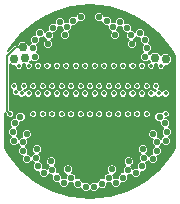
<source format=gbl>
G75*
%MOIN*%
%OFA0B0*%
%FSLAX25Y25*%
%IPPOS*%
%LPD*%
%AMOC8*
5,1,8,0,0,1.08239X$1,22.5*
%
%ADD10C,0.02953*%
%ADD11C,0.02100*%
%ADD12C,0.01387*%
%ADD13C,0.00500*%
%ADD14C,0.00591*%
D10*
X0054596Y0034911D03*
X0032943Y0073494D03*
X0029400Y0073100D03*
X0032156Y0077037D03*
X0054596Y0084911D03*
X0077037Y0077037D03*
X0076250Y0073494D03*
X0079793Y0073100D03*
D11*
X0072994Y0073880D03*
X0073629Y0076723D03*
X0072919Y0079559D03*
X0071213Y0081898D03*
X0068374Y0081043D03*
X0066955Y0083598D03*
X0064701Y0085416D03*
X0062181Y0083855D03*
X0063053Y0081076D03*
X0060148Y0085956D03*
X0057501Y0087129D03*
X0051692Y0087129D03*
X0049045Y0085956D03*
X0047012Y0083855D03*
X0046140Y0081076D03*
X0044492Y0085416D03*
X0042238Y0083598D03*
X0040819Y0081043D03*
X0040695Y0078132D03*
X0037980Y0081898D03*
X0036274Y0079559D03*
X0035564Y0076723D03*
X0036199Y0073880D03*
X0031415Y0053957D03*
X0029559Y0051711D03*
X0028904Y0048862D03*
X0029363Y0046004D03*
X0032280Y0045477D03*
X0032384Y0042555D03*
X0033568Y0039913D03*
X0036522Y0040159D03*
X0037006Y0043032D03*
X0037379Y0037364D03*
X0039205Y0035118D03*
X0041995Y0036121D03*
X0043546Y0033643D03*
X0045892Y0031946D03*
X0048327Y0033636D03*
X0050467Y0031644D03*
X0053172Y0030612D03*
X0056021Y0030612D03*
X0058726Y0031644D03*
X0060866Y0033636D03*
X0061882Y0036366D03*
X0063301Y0031946D03*
X0065647Y0033643D03*
X0067198Y0036121D03*
X0067473Y0039021D03*
X0069988Y0035118D03*
X0071814Y0037364D03*
X0072671Y0040159D03*
X0072187Y0043032D03*
X0075625Y0039913D03*
X0076809Y0042555D03*
X0076913Y0045477D03*
X0075701Y0048126D03*
X0079830Y0046004D03*
X0080289Y0048862D03*
X0079634Y0051711D03*
X0077778Y0053957D03*
X0068497Y0078132D03*
X0033492Y0048126D03*
X0041720Y0039021D03*
X0047311Y0036366D03*
D12*
X0046722Y0028809D03*
X0039636Y0031565D03*
X0032943Y0036683D03*
X0029400Y0040620D03*
X0028056Y0054793D03*
X0031762Y0061683D03*
X0029793Y0062077D03*
X0029400Y0064045D03*
X0032549Y0064045D03*
X0034124Y0061683D03*
X0035699Y0064045D03*
X0037274Y0061683D03*
X0038848Y0064045D03*
X0040423Y0061683D03*
X0041998Y0064045D03*
X0043573Y0061683D03*
X0045148Y0064045D03*
X0046722Y0061683D03*
X0048297Y0064045D03*
X0049872Y0061683D03*
X0051447Y0064045D03*
X0053022Y0061683D03*
X0054596Y0064045D03*
X0056171Y0061683D03*
X0057746Y0064045D03*
X0059321Y0061683D03*
X0060896Y0064045D03*
X0062470Y0061683D03*
X0064045Y0064045D03*
X0065620Y0061683D03*
X0067195Y0064045D03*
X0068770Y0061683D03*
X0070344Y0064045D03*
X0071919Y0061683D03*
X0073494Y0064045D03*
X0075069Y0061683D03*
X0076644Y0064045D03*
X0077431Y0061683D03*
X0079793Y0061683D03*
X0079793Y0054793D03*
X0073494Y0054793D03*
X0070344Y0054793D03*
X0067195Y0054793D03*
X0064045Y0054793D03*
X0060896Y0054793D03*
X0057746Y0054793D03*
X0054596Y0054793D03*
X0051447Y0054793D03*
X0048297Y0054793D03*
X0045148Y0054793D03*
X0041998Y0054793D03*
X0038848Y0054793D03*
X0035699Y0054793D03*
X0037274Y0070935D03*
X0040423Y0070935D03*
X0043573Y0070935D03*
X0046722Y0070935D03*
X0049872Y0070935D03*
X0053022Y0070935D03*
X0056171Y0070935D03*
X0059321Y0070935D03*
X0062470Y0070935D03*
X0065620Y0070935D03*
X0068770Y0070935D03*
X0071919Y0070935D03*
X0075069Y0070935D03*
X0078219Y0070935D03*
X0081368Y0070935D03*
X0072707Y0084321D03*
X0065620Y0088258D03*
X0054596Y0090226D03*
X0043573Y0088258D03*
X0036093Y0083927D03*
X0034124Y0070935D03*
X0030974Y0070935D03*
X0068376Y0031171D03*
X0062864Y0028809D03*
X0054596Y0027628D03*
X0074675Y0035108D03*
X0079006Y0039833D03*
D13*
X0036343Y0035996D02*
X0032027Y0035996D01*
X0031713Y0036256D02*
X0027709Y0041187D01*
X0026275Y0043613D01*
X0026275Y0055237D01*
X0026646Y0054867D01*
X0026712Y0054800D01*
X0026712Y0054237D01*
X0027499Y0053450D01*
X0028612Y0053450D01*
X0029400Y0054237D01*
X0029400Y0055350D01*
X0028612Y0056137D01*
X0028049Y0056137D01*
X0027983Y0056203D01*
X0027983Y0071510D01*
X0028519Y0070974D01*
X0029631Y0070974D01*
X0029631Y0070378D01*
X0030418Y0069591D01*
X0031531Y0069591D01*
X0032318Y0070378D01*
X0032318Y0071368D01*
X0032780Y0071368D01*
X0032780Y0070378D01*
X0033567Y0069591D01*
X0034681Y0069591D01*
X0035468Y0070378D01*
X0035468Y0071492D01*
X0034708Y0072252D01*
X0035065Y0072609D01*
X0035494Y0072180D01*
X0036618Y0072180D01*
X0035930Y0071492D01*
X0035930Y0070378D01*
X0036717Y0069591D01*
X0037830Y0069591D01*
X0038617Y0070378D01*
X0038617Y0071492D01*
X0037830Y0072279D01*
X0037002Y0072279D01*
X0037899Y0073176D01*
X0037899Y0074584D01*
X0036903Y0075580D01*
X0036825Y0075580D01*
X0037264Y0076019D01*
X0037264Y0077428D01*
X0036833Y0077859D01*
X0036978Y0077859D01*
X0037974Y0078855D01*
X0037974Y0080198D01*
X0038685Y0080198D01*
X0039119Y0080632D01*
X0039119Y0080339D01*
X0039808Y0079649D01*
X0038995Y0078836D01*
X0038995Y0077428D01*
X0039991Y0076432D01*
X0041400Y0076432D01*
X0042395Y0077428D01*
X0042395Y0078836D01*
X0041706Y0079526D01*
X0042519Y0080339D01*
X0042519Y0081747D01*
X0042367Y0081898D01*
X0042942Y0081898D01*
X0043938Y0082894D01*
X0043938Y0083716D01*
X0045196Y0083716D01*
X0045312Y0083832D01*
X0045312Y0083151D01*
X0045688Y0082776D01*
X0045436Y0082776D01*
X0044440Y0081780D01*
X0044440Y0080371D01*
X0045436Y0079376D01*
X0046844Y0079376D01*
X0047840Y0080371D01*
X0047840Y0081780D01*
X0047464Y0082155D01*
X0047716Y0082155D01*
X0048712Y0083151D01*
X0048712Y0084256D01*
X0049749Y0084256D01*
X0050744Y0085252D01*
X0050744Y0085672D01*
X0050988Y0085429D01*
X0052396Y0085429D01*
X0053392Y0086424D01*
X0053392Y0087833D01*
X0052396Y0088828D01*
X0050988Y0088828D01*
X0049992Y0087833D01*
X0049992Y0087413D01*
X0049749Y0087656D01*
X0048340Y0087656D01*
X0047345Y0086661D01*
X0047345Y0085555D01*
X0046308Y0085555D01*
X0046192Y0085439D01*
X0046192Y0086120D01*
X0045196Y0087116D01*
X0043788Y0087116D01*
X0042792Y0086120D01*
X0042792Y0085298D01*
X0041534Y0085298D01*
X0040538Y0084303D01*
X0040538Y0082894D01*
X0040689Y0082743D01*
X0040115Y0082743D01*
X0039680Y0082309D01*
X0039680Y0082602D01*
X0038685Y0083598D01*
X0037276Y0083598D01*
X0036280Y0082602D01*
X0036280Y0081259D01*
X0035570Y0081259D01*
X0034574Y0080263D01*
X0034574Y0078855D01*
X0035005Y0078423D01*
X0034860Y0078423D01*
X0034282Y0077845D01*
X0034282Y0077918D01*
X0033036Y0079164D01*
X0031275Y0079164D01*
X0030094Y0077983D01*
X0029402Y0077983D01*
X0028848Y0077429D01*
X0027164Y0075745D01*
X0027709Y0076667D01*
X0031713Y0081599D01*
X0036607Y0085648D01*
X0042200Y0088659D01*
X0048275Y0090513D01*
X0054596Y0091140D01*
X0060918Y0090513D01*
X0066993Y0088659D01*
X0072586Y0085648D01*
X0077480Y0081599D01*
X0081484Y0076667D01*
X0082918Y0074241D01*
X0082918Y0043613D01*
X0081484Y0041187D01*
X0077480Y0036256D01*
X0072586Y0032206D01*
X0066993Y0029195D01*
X0060918Y0027341D01*
X0054596Y0026715D01*
X0048275Y0027341D01*
X0042200Y0029195D01*
X0036607Y0032206D01*
X0031713Y0036256D01*
X0031519Y0036494D02*
X0035845Y0036494D01*
X0035679Y0036660D02*
X0036674Y0035664D01*
X0037505Y0035664D01*
X0037505Y0034414D01*
X0038501Y0033418D01*
X0039909Y0033418D01*
X0040905Y0034414D01*
X0040905Y0034806D01*
X0041291Y0034421D01*
X0041920Y0034421D01*
X0041846Y0034347D01*
X0041846Y0032939D01*
X0042842Y0031943D01*
X0044192Y0031943D01*
X0044192Y0031242D01*
X0045188Y0030246D01*
X0046596Y0030246D01*
X0047592Y0031242D01*
X0047592Y0031967D01*
X0047623Y0031936D01*
X0048767Y0031936D01*
X0048767Y0030940D01*
X0049763Y0029944D01*
X0051171Y0029944D01*
X0051472Y0030245D01*
X0051472Y0029908D01*
X0052468Y0028912D01*
X0053876Y0028912D01*
X0054596Y0029633D01*
X0055317Y0028912D01*
X0056725Y0028912D01*
X0057721Y0029908D01*
X0057721Y0030245D01*
X0058022Y0029944D01*
X0059430Y0029944D01*
X0060426Y0030940D01*
X0060426Y0031936D01*
X0061570Y0031936D01*
X0061601Y0031967D01*
X0061601Y0031242D01*
X0062597Y0030246D01*
X0064005Y0030246D01*
X0065001Y0031242D01*
X0065001Y0031943D01*
X0066351Y0031943D01*
X0067347Y0032939D01*
X0067347Y0034347D01*
X0067273Y0034421D01*
X0067902Y0034421D01*
X0068288Y0034806D01*
X0068288Y0034414D01*
X0069283Y0033418D01*
X0070692Y0033418D01*
X0071688Y0034414D01*
X0071688Y0035664D01*
X0072518Y0035664D01*
X0073514Y0036660D01*
X0073514Y0038069D01*
X0073124Y0038459D01*
X0073375Y0038459D01*
X0074025Y0039109D01*
X0074921Y0038213D01*
X0076330Y0038213D01*
X0077325Y0039209D01*
X0077325Y0040617D01*
X0077087Y0040855D01*
X0077513Y0040855D01*
X0078508Y0041851D01*
X0078508Y0043260D01*
X0077804Y0043964D01*
X0078613Y0044773D01*
X0078613Y0044817D01*
X0079126Y0044304D01*
X0080534Y0044304D01*
X0081530Y0045299D01*
X0081530Y0046708D01*
X0081034Y0047203D01*
X0081989Y0048158D01*
X0081989Y0049566D01*
X0080993Y0050562D01*
X0080889Y0050562D01*
X0081334Y0051007D01*
X0081334Y0052415D01*
X0080338Y0053411D01*
X0079478Y0053411D01*
X0079478Y0053450D01*
X0080350Y0053450D01*
X0081137Y0054237D01*
X0081137Y0055350D01*
X0080350Y0056137D01*
X0079237Y0056137D01*
X0078619Y0055519D01*
X0078482Y0055657D01*
X0077073Y0055657D01*
X0076078Y0054661D01*
X0076078Y0053252D01*
X0077073Y0052257D01*
X0077934Y0052257D01*
X0077934Y0051007D01*
X0078929Y0050011D01*
X0079034Y0050011D01*
X0078589Y0049566D01*
X0078589Y0048158D01*
X0079085Y0047662D01*
X0078130Y0046708D01*
X0078130Y0046664D01*
X0077617Y0047177D01*
X0077156Y0047177D01*
X0077401Y0047422D01*
X0077401Y0048830D01*
X0076405Y0049826D01*
X0074997Y0049826D01*
X0074001Y0048830D01*
X0074001Y0047422D01*
X0074997Y0046426D01*
X0075458Y0046426D01*
X0075213Y0046181D01*
X0075213Y0044773D01*
X0075917Y0044068D01*
X0075109Y0043260D01*
X0075109Y0041851D01*
X0075347Y0041613D01*
X0074921Y0041613D01*
X0074271Y0040963D01*
X0073397Y0041838D01*
X0073887Y0042328D01*
X0073887Y0043736D01*
X0072891Y0044732D01*
X0071482Y0044732D01*
X0070487Y0043736D01*
X0070487Y0042328D01*
X0071461Y0041353D01*
X0070971Y0040863D01*
X0070971Y0039455D01*
X0071362Y0039064D01*
X0071110Y0039064D01*
X0070114Y0038069D01*
X0070114Y0036818D01*
X0069283Y0036818D01*
X0068898Y0036433D01*
X0068898Y0036825D01*
X0068290Y0037433D01*
X0069173Y0038317D01*
X0069173Y0039725D01*
X0068177Y0040721D01*
X0066769Y0040721D01*
X0065773Y0039725D01*
X0065773Y0038317D01*
X0066382Y0037709D01*
X0065498Y0036825D01*
X0065498Y0035416D01*
X0065571Y0035343D01*
X0064943Y0035343D01*
X0063947Y0034347D01*
X0063947Y0033646D01*
X0062597Y0033646D01*
X0062566Y0033615D01*
X0062566Y0034340D01*
X0062240Y0034666D01*
X0062587Y0034666D01*
X0063582Y0035662D01*
X0063582Y0037071D01*
X0062587Y0038066D01*
X0061178Y0038066D01*
X0060182Y0037071D01*
X0060182Y0035662D01*
X0060508Y0035336D01*
X0060162Y0035336D01*
X0059166Y0034340D01*
X0059166Y0033344D01*
X0058022Y0033344D01*
X0057026Y0032349D01*
X0057026Y0032011D01*
X0056725Y0032312D01*
X0055317Y0032312D01*
X0054596Y0031592D01*
X0053876Y0032312D01*
X0052468Y0032312D01*
X0052167Y0032011D01*
X0052167Y0032349D01*
X0051171Y0033344D01*
X0050027Y0033344D01*
X0050027Y0034340D01*
X0049031Y0035336D01*
X0048684Y0035336D01*
X0049010Y0035662D01*
X0049010Y0037071D01*
X0048015Y0038066D01*
X0046606Y0038066D01*
X0045611Y0037071D01*
X0045611Y0035662D01*
X0046606Y0034666D01*
X0046953Y0034666D01*
X0046627Y0034340D01*
X0046627Y0033615D01*
X0046596Y0033646D01*
X0045246Y0033646D01*
X0045246Y0034347D01*
X0044250Y0035343D01*
X0043621Y0035343D01*
X0043695Y0035416D01*
X0043695Y0036825D01*
X0042811Y0037709D01*
X0043420Y0038317D01*
X0043420Y0039725D01*
X0042424Y0040721D01*
X0041015Y0040721D01*
X0040020Y0039725D01*
X0040020Y0038317D01*
X0040903Y0037433D01*
X0040295Y0036825D01*
X0040295Y0036433D01*
X0039909Y0036818D01*
X0039079Y0036818D01*
X0039079Y0038069D01*
X0038083Y0039064D01*
X0037831Y0039064D01*
X0038222Y0039455D01*
X0038222Y0040863D01*
X0037732Y0041353D01*
X0038706Y0042328D01*
X0038706Y0043736D01*
X0037710Y0044732D01*
X0036302Y0044732D01*
X0035306Y0043736D01*
X0035306Y0042328D01*
X0035796Y0041838D01*
X0034921Y0040963D01*
X0034272Y0041613D01*
X0033846Y0041613D01*
X0034084Y0041851D01*
X0034084Y0043260D01*
X0033276Y0044068D01*
X0033980Y0044773D01*
X0033980Y0046181D01*
X0033735Y0046426D01*
X0034196Y0046426D01*
X0035192Y0047422D01*
X0035192Y0048830D01*
X0034196Y0049826D01*
X0032788Y0049826D01*
X0031792Y0048830D01*
X0031792Y0047422D01*
X0032037Y0047177D01*
X0031576Y0047177D01*
X0031063Y0046664D01*
X0031063Y0046708D01*
X0030108Y0047662D01*
X0030604Y0048158D01*
X0030604Y0049566D01*
X0030159Y0050011D01*
X0030263Y0050011D01*
X0031259Y0051007D01*
X0031259Y0052257D01*
X0032120Y0052257D01*
X0033115Y0053252D01*
X0033115Y0054661D01*
X0032120Y0055657D01*
X0030711Y0055657D01*
X0029715Y0054661D01*
X0029715Y0053411D01*
X0028855Y0053411D01*
X0027859Y0052415D01*
X0027859Y0051007D01*
X0028304Y0050562D01*
X0028200Y0050562D01*
X0027204Y0049566D01*
X0027204Y0048158D01*
X0028159Y0047203D01*
X0027663Y0046708D01*
X0027663Y0045299D01*
X0028659Y0044304D01*
X0030067Y0044304D01*
X0030580Y0044817D01*
X0030580Y0044773D01*
X0031389Y0043964D01*
X0030684Y0043260D01*
X0030684Y0041851D01*
X0031680Y0040855D01*
X0032106Y0040855D01*
X0031868Y0040617D01*
X0031868Y0039209D01*
X0032863Y0038213D01*
X0034272Y0038213D01*
X0035168Y0039109D01*
X0035818Y0038459D01*
X0036069Y0038459D01*
X0035679Y0038069D01*
X0035679Y0036660D01*
X0035679Y0036993D02*
X0031115Y0036993D01*
X0030710Y0037491D02*
X0035679Y0037491D01*
X0035679Y0037990D02*
X0030305Y0037990D01*
X0029900Y0038488D02*
X0032588Y0038488D01*
X0032090Y0038987D02*
X0029496Y0038987D01*
X0029091Y0039485D02*
X0031868Y0039485D01*
X0031868Y0039984D02*
X0028686Y0039984D01*
X0028281Y0040482D02*
X0031868Y0040482D01*
X0031555Y0040981D02*
X0027877Y0040981D01*
X0027536Y0041479D02*
X0031056Y0041479D01*
X0030684Y0041978D02*
X0027242Y0041978D01*
X0026947Y0042476D02*
X0030684Y0042476D01*
X0030684Y0042975D02*
X0026652Y0042975D01*
X0026358Y0043473D02*
X0030898Y0043473D01*
X0031381Y0043972D02*
X0026275Y0043972D01*
X0026275Y0044470D02*
X0028492Y0044470D01*
X0027993Y0044969D02*
X0026275Y0044969D01*
X0026275Y0045467D02*
X0027663Y0045467D01*
X0027663Y0045966D02*
X0026275Y0045966D01*
X0026275Y0046464D02*
X0027663Y0046464D01*
X0027918Y0046963D02*
X0026275Y0046963D01*
X0026275Y0047461D02*
X0027901Y0047461D01*
X0027402Y0047960D02*
X0026275Y0047960D01*
X0026275Y0048458D02*
X0027204Y0048458D01*
X0027204Y0048957D02*
X0026275Y0048957D01*
X0026275Y0049455D02*
X0027204Y0049455D01*
X0027592Y0049954D02*
X0026275Y0049954D01*
X0026275Y0050452D02*
X0028090Y0050452D01*
X0027915Y0050951D02*
X0026275Y0050951D01*
X0026275Y0051449D02*
X0027859Y0051449D01*
X0027859Y0051948D02*
X0026275Y0051948D01*
X0026275Y0052447D02*
X0027891Y0052447D01*
X0028389Y0052945D02*
X0026275Y0052945D01*
X0026275Y0053444D02*
X0029715Y0053444D01*
X0029715Y0053942D02*
X0029105Y0053942D01*
X0029400Y0054441D02*
X0029715Y0054441D01*
X0029994Y0054939D02*
X0029400Y0054939D01*
X0029312Y0055438D02*
X0030492Y0055438D01*
X0032339Y0055438D02*
X0034443Y0055438D01*
X0034355Y0055350D02*
X0034355Y0054237D01*
X0035142Y0053450D01*
X0036255Y0053450D01*
X0037043Y0054237D01*
X0037043Y0055350D01*
X0036255Y0056137D01*
X0035142Y0056137D01*
X0034355Y0055350D01*
X0034355Y0054939D02*
X0032837Y0054939D01*
X0033115Y0054441D02*
X0034355Y0054441D01*
X0034650Y0053942D02*
X0033115Y0053942D01*
X0033115Y0053444D02*
X0076078Y0053444D01*
X0076078Y0053942D02*
X0074543Y0053942D01*
X0074838Y0054237D02*
X0074051Y0053450D01*
X0072938Y0053450D01*
X0072150Y0054237D01*
X0072150Y0055350D01*
X0072938Y0056137D01*
X0074051Y0056137D01*
X0074838Y0055350D01*
X0074838Y0054237D01*
X0074838Y0054441D02*
X0076078Y0054441D01*
X0076356Y0054939D02*
X0074838Y0054939D01*
X0074750Y0055438D02*
X0076854Y0055438D01*
X0079036Y0055936D02*
X0074252Y0055936D01*
X0072737Y0055936D02*
X0071102Y0055936D01*
X0070901Y0056137D02*
X0071688Y0055350D01*
X0071688Y0054237D01*
X0070901Y0053450D01*
X0069788Y0053450D01*
X0069001Y0054237D01*
X0069001Y0055350D01*
X0069788Y0056137D01*
X0070901Y0056137D01*
X0071600Y0055438D02*
X0072238Y0055438D01*
X0072150Y0054939D02*
X0071688Y0054939D01*
X0071688Y0054441D02*
X0072150Y0054441D01*
X0072445Y0053942D02*
X0071394Y0053942D01*
X0069295Y0053942D02*
X0068244Y0053942D01*
X0068539Y0054237D02*
X0067751Y0053450D01*
X0066638Y0053450D01*
X0065851Y0054237D01*
X0065851Y0055350D01*
X0066638Y0056137D01*
X0067751Y0056137D01*
X0068539Y0055350D01*
X0068539Y0054237D01*
X0068539Y0054441D02*
X0069001Y0054441D01*
X0069001Y0054939D02*
X0068539Y0054939D01*
X0068451Y0055438D02*
X0069088Y0055438D01*
X0069587Y0055936D02*
X0067952Y0055936D01*
X0066437Y0055936D02*
X0064803Y0055936D01*
X0064602Y0056137D02*
X0063489Y0056137D01*
X0062702Y0055350D01*
X0062702Y0054237D01*
X0063489Y0053450D01*
X0064602Y0053450D01*
X0065389Y0054237D01*
X0065389Y0055350D01*
X0064602Y0056137D01*
X0065301Y0055438D02*
X0065939Y0055438D01*
X0065851Y0054939D02*
X0065389Y0054939D01*
X0065389Y0054441D02*
X0065851Y0054441D01*
X0066146Y0053942D02*
X0065094Y0053942D01*
X0063288Y0055936D02*
X0061653Y0055936D01*
X0061452Y0056137D02*
X0060339Y0056137D01*
X0059552Y0055350D01*
X0059552Y0054237D01*
X0060339Y0053450D01*
X0061452Y0053450D01*
X0062239Y0054237D01*
X0062239Y0055350D01*
X0061452Y0056137D01*
X0062152Y0055438D02*
X0062789Y0055438D01*
X0062702Y0054939D02*
X0062239Y0054939D01*
X0062239Y0054441D02*
X0062702Y0054441D01*
X0062996Y0053942D02*
X0061945Y0053942D01*
X0059847Y0053942D02*
X0058795Y0053942D01*
X0059090Y0054237D02*
X0058303Y0053450D01*
X0057189Y0053450D01*
X0056402Y0054237D01*
X0056402Y0055350D01*
X0057189Y0056137D01*
X0058303Y0056137D01*
X0059090Y0055350D01*
X0059090Y0054237D01*
X0059090Y0054441D02*
X0059552Y0054441D01*
X0059552Y0054939D02*
X0059090Y0054939D01*
X0059002Y0055438D02*
X0059640Y0055438D01*
X0060138Y0055936D02*
X0058504Y0055936D01*
X0056989Y0055936D02*
X0055354Y0055936D01*
X0055153Y0056137D02*
X0054040Y0056137D01*
X0053253Y0055350D01*
X0053253Y0054237D01*
X0054040Y0053450D01*
X0055153Y0053450D01*
X0055940Y0054237D01*
X0055940Y0055350D01*
X0055153Y0056137D01*
X0055852Y0055438D02*
X0056490Y0055438D01*
X0056402Y0054939D02*
X0055940Y0054939D01*
X0055940Y0054441D02*
X0056402Y0054441D01*
X0056697Y0053942D02*
X0055645Y0053942D01*
X0053547Y0053942D02*
X0052496Y0053942D01*
X0052791Y0054237D02*
X0052003Y0053450D01*
X0050890Y0053450D01*
X0050103Y0054237D01*
X0050103Y0055350D01*
X0050890Y0056137D01*
X0052003Y0056137D01*
X0052791Y0055350D01*
X0052791Y0054237D01*
X0052791Y0054441D02*
X0053253Y0054441D01*
X0053253Y0054939D02*
X0052791Y0054939D01*
X0052703Y0055438D02*
X0053340Y0055438D01*
X0053839Y0055936D02*
X0052204Y0055936D01*
X0050689Y0055936D02*
X0049055Y0055936D01*
X0048854Y0056137D02*
X0049641Y0055350D01*
X0049641Y0054237D01*
X0048854Y0053450D01*
X0047741Y0053450D01*
X0046954Y0054237D01*
X0046954Y0055350D01*
X0047741Y0056137D01*
X0048854Y0056137D01*
X0049553Y0055438D02*
X0050191Y0055438D01*
X0050103Y0054939D02*
X0049641Y0054939D01*
X0049641Y0054441D02*
X0050103Y0054441D01*
X0050398Y0053942D02*
X0049346Y0053942D01*
X0047248Y0053942D02*
X0046197Y0053942D01*
X0046491Y0054237D02*
X0045704Y0053450D01*
X0044591Y0053450D01*
X0043804Y0054237D01*
X0043804Y0055350D01*
X0044591Y0056137D01*
X0045704Y0056137D01*
X0046491Y0055350D01*
X0046491Y0054237D01*
X0046491Y0054441D02*
X0046954Y0054441D01*
X0046954Y0054939D02*
X0046491Y0054939D01*
X0046404Y0055438D02*
X0047041Y0055438D01*
X0047540Y0055936D02*
X0045905Y0055936D01*
X0044390Y0055936D02*
X0042755Y0055936D01*
X0042555Y0056137D02*
X0043342Y0055350D01*
X0043342Y0054237D01*
X0042555Y0053450D01*
X0041441Y0053450D01*
X0040654Y0054237D01*
X0040654Y0055350D01*
X0041441Y0056137D01*
X0042555Y0056137D01*
X0043254Y0055438D02*
X0043892Y0055438D01*
X0043804Y0054939D02*
X0043342Y0054939D01*
X0043342Y0054441D02*
X0043804Y0054441D01*
X0044099Y0053942D02*
X0043047Y0053942D01*
X0040949Y0053942D02*
X0039897Y0053942D01*
X0040192Y0054237D02*
X0039405Y0053450D01*
X0038292Y0053450D01*
X0037505Y0054237D01*
X0037505Y0055350D01*
X0038292Y0056137D01*
X0039405Y0056137D01*
X0040192Y0055350D01*
X0040192Y0054237D01*
X0040192Y0054441D02*
X0040654Y0054441D01*
X0040654Y0054939D02*
X0040192Y0054939D01*
X0040104Y0055438D02*
X0040742Y0055438D01*
X0041241Y0055936D02*
X0039606Y0055936D01*
X0038091Y0055936D02*
X0036456Y0055936D01*
X0036955Y0055438D02*
X0037592Y0055438D01*
X0037505Y0054939D02*
X0037043Y0054939D01*
X0037043Y0054441D02*
X0037505Y0054441D01*
X0037799Y0053942D02*
X0036748Y0053942D01*
X0034941Y0055936D02*
X0028813Y0055936D01*
X0027983Y0056435D02*
X0082918Y0056435D01*
X0082918Y0056933D02*
X0027983Y0056933D01*
X0027983Y0057432D02*
X0082918Y0057432D01*
X0082918Y0057930D02*
X0027983Y0057930D01*
X0027983Y0058429D02*
X0082918Y0058429D01*
X0082918Y0058927D02*
X0027983Y0058927D01*
X0027983Y0059426D02*
X0082918Y0059426D01*
X0082918Y0059924D02*
X0027983Y0059924D01*
X0027983Y0060423D02*
X0031122Y0060423D01*
X0031205Y0060339D02*
X0032318Y0060339D01*
X0032943Y0060964D01*
X0033567Y0060339D01*
X0034681Y0060339D01*
X0035468Y0061126D01*
X0035468Y0062240D01*
X0034681Y0063027D01*
X0033567Y0063027D01*
X0032943Y0062402D01*
X0032644Y0062702D01*
X0033106Y0062702D01*
X0033893Y0063489D01*
X0033893Y0064602D01*
X0033106Y0065389D01*
X0031993Y0065389D01*
X0031206Y0064602D01*
X0031206Y0063489D01*
X0031667Y0063027D01*
X0031205Y0063027D01*
X0030974Y0062796D01*
X0030512Y0063258D01*
X0030743Y0063489D01*
X0030743Y0064602D01*
X0029956Y0065389D01*
X0028843Y0065389D01*
X0028056Y0064602D01*
X0028056Y0063489D01*
X0028680Y0062864D01*
X0028450Y0062633D01*
X0028450Y0061520D01*
X0029237Y0060733D01*
X0030350Y0060733D01*
X0030581Y0060964D01*
X0031205Y0060339D01*
X0030623Y0060921D02*
X0030538Y0060921D01*
X0032402Y0060423D02*
X0033484Y0060423D01*
X0032986Y0060921D02*
X0032900Y0060921D01*
X0032928Y0062417D02*
X0032957Y0062417D01*
X0033319Y0062915D02*
X0033456Y0062915D01*
X0033818Y0063414D02*
X0034430Y0063414D01*
X0034355Y0063489D02*
X0035142Y0062702D01*
X0036255Y0062702D01*
X0037043Y0063489D01*
X0037043Y0064602D01*
X0036255Y0065389D01*
X0035142Y0065389D01*
X0034355Y0064602D01*
X0034355Y0063489D01*
X0034355Y0063912D02*
X0033893Y0063912D01*
X0033893Y0064411D02*
X0034355Y0064411D01*
X0034663Y0064909D02*
X0033585Y0064909D01*
X0031513Y0064909D02*
X0030436Y0064909D01*
X0030743Y0064411D02*
X0031206Y0064411D01*
X0031206Y0063912D02*
X0030743Y0063912D01*
X0030668Y0063414D02*
X0031280Y0063414D01*
X0031094Y0062915D02*
X0030855Y0062915D01*
X0028629Y0062915D02*
X0027983Y0062915D01*
X0027983Y0062417D02*
X0028450Y0062417D01*
X0028450Y0061918D02*
X0027983Y0061918D01*
X0027983Y0061420D02*
X0028550Y0061420D01*
X0029049Y0060921D02*
X0027983Y0060921D01*
X0027983Y0063414D02*
X0028131Y0063414D01*
X0028056Y0063912D02*
X0027983Y0063912D01*
X0027983Y0064411D02*
X0028056Y0064411D01*
X0027983Y0064909D02*
X0028363Y0064909D01*
X0027983Y0065408D02*
X0082918Y0065408D01*
X0082918Y0065906D02*
X0027983Y0065906D01*
X0027983Y0066405D02*
X0082918Y0066405D01*
X0082918Y0066903D02*
X0027983Y0066903D01*
X0027983Y0067402D02*
X0082918Y0067402D01*
X0082918Y0067900D02*
X0027983Y0067900D01*
X0027983Y0068399D02*
X0082918Y0068399D01*
X0082918Y0068897D02*
X0027983Y0068897D01*
X0027983Y0069396D02*
X0082918Y0069396D01*
X0082918Y0069894D02*
X0079078Y0069894D01*
X0078775Y0069591D02*
X0079562Y0070378D01*
X0079562Y0070974D01*
X0080674Y0070974D01*
X0081920Y0072220D01*
X0081920Y0073981D01*
X0080674Y0075227D01*
X0078913Y0075227D01*
X0078219Y0074533D01*
X0077131Y0075620D01*
X0075369Y0075620D01*
X0074514Y0074765D01*
X0074255Y0075023D01*
X0074333Y0075023D01*
X0075329Y0076019D01*
X0075329Y0077428D01*
X0074333Y0078423D01*
X0074188Y0078423D01*
X0074619Y0078855D01*
X0074619Y0080263D01*
X0073623Y0081259D01*
X0072913Y0081259D01*
X0072913Y0082602D01*
X0071917Y0083598D01*
X0070508Y0083598D01*
X0069513Y0082602D01*
X0069513Y0082309D01*
X0069078Y0082743D01*
X0068503Y0082743D01*
X0068655Y0082894D01*
X0068655Y0084303D01*
X0067659Y0085298D01*
X0066401Y0085298D01*
X0066401Y0086120D01*
X0065405Y0087116D01*
X0063997Y0087116D01*
X0063001Y0086120D01*
X0063001Y0085439D01*
X0062885Y0085555D01*
X0061848Y0085555D01*
X0061848Y0086661D01*
X0060853Y0087656D01*
X0059444Y0087656D01*
X0059201Y0087413D01*
X0059201Y0087833D01*
X0058205Y0088828D01*
X0056797Y0088828D01*
X0055801Y0087833D01*
X0055801Y0086424D01*
X0056797Y0085429D01*
X0058205Y0085429D01*
X0058448Y0085672D01*
X0058448Y0085252D01*
X0059444Y0084256D01*
X0060481Y0084256D01*
X0060481Y0083151D01*
X0061477Y0082155D01*
X0061729Y0082155D01*
X0061353Y0081780D01*
X0061353Y0080371D01*
X0062349Y0079376D01*
X0063757Y0079376D01*
X0064753Y0080371D01*
X0064753Y0081780D01*
X0063757Y0082776D01*
X0063505Y0082776D01*
X0063881Y0083151D01*
X0063881Y0083832D01*
X0063997Y0083716D01*
X0065255Y0083716D01*
X0065255Y0082894D01*
X0066251Y0081898D01*
X0066826Y0081898D01*
X0066674Y0081747D01*
X0066674Y0080339D01*
X0067487Y0079526D01*
X0066797Y0078836D01*
X0066797Y0077428D01*
X0067793Y0076432D01*
X0069202Y0076432D01*
X0070197Y0077428D01*
X0070197Y0078836D01*
X0069385Y0079649D01*
X0070074Y0080339D01*
X0070074Y0080632D01*
X0070508Y0080198D01*
X0071219Y0080198D01*
X0071219Y0078855D01*
X0072215Y0077859D01*
X0072360Y0077859D01*
X0071929Y0077428D01*
X0071929Y0076019D01*
X0072368Y0075580D01*
X0072290Y0075580D01*
X0071294Y0074584D01*
X0071294Y0073176D01*
X0072191Y0072279D01*
X0071363Y0072279D01*
X0070576Y0071492D01*
X0070576Y0070378D01*
X0071363Y0069591D01*
X0072476Y0069591D01*
X0073263Y0070378D01*
X0073263Y0071492D01*
X0072575Y0072180D01*
X0073699Y0072180D01*
X0074128Y0072609D01*
X0074485Y0072252D01*
X0073725Y0071492D01*
X0073725Y0070378D01*
X0074512Y0069591D01*
X0075625Y0069591D01*
X0076413Y0070378D01*
X0076413Y0071368D01*
X0076875Y0071368D01*
X0076875Y0070378D01*
X0077662Y0069591D01*
X0078775Y0069591D01*
X0079562Y0070393D02*
X0082918Y0070393D01*
X0082918Y0070891D02*
X0079562Y0070891D01*
X0081090Y0071390D02*
X0082918Y0071390D01*
X0082918Y0071888D02*
X0081589Y0071888D01*
X0081920Y0072387D02*
X0082918Y0072387D01*
X0082918Y0072885D02*
X0081920Y0072885D01*
X0081920Y0073384D02*
X0082918Y0073384D01*
X0082918Y0073883D02*
X0081920Y0073883D01*
X0081520Y0074381D02*
X0082835Y0074381D01*
X0082541Y0074880D02*
X0081021Y0074880D01*
X0082246Y0075378D02*
X0077373Y0075378D01*
X0077872Y0074880D02*
X0078565Y0074880D01*
X0081316Y0076874D02*
X0075329Y0076874D01*
X0075329Y0077372D02*
X0080912Y0077372D01*
X0080507Y0077871D02*
X0074886Y0077871D01*
X0074387Y0078369D02*
X0080102Y0078369D01*
X0079697Y0078868D02*
X0074619Y0078868D01*
X0074619Y0079366D02*
X0079292Y0079366D01*
X0078888Y0079865D02*
X0074619Y0079865D01*
X0074519Y0080363D02*
X0078483Y0080363D01*
X0078078Y0080862D02*
X0074021Y0080862D01*
X0072913Y0081360D02*
X0077673Y0081360D01*
X0077166Y0081859D02*
X0072913Y0081859D01*
X0072913Y0082357D02*
X0076563Y0082357D01*
X0075961Y0082856D02*
X0072659Y0082856D01*
X0072160Y0083354D02*
X0075358Y0083354D01*
X0074756Y0083853D02*
X0068655Y0083853D01*
X0068655Y0083354D02*
X0070265Y0083354D01*
X0069766Y0082856D02*
X0068616Y0082856D01*
X0069464Y0082357D02*
X0069513Y0082357D01*
X0070074Y0080363D02*
X0070343Y0080363D01*
X0069600Y0079865D02*
X0071219Y0079865D01*
X0071219Y0079366D02*
X0069668Y0079366D01*
X0070166Y0078868D02*
X0071219Y0078868D01*
X0071705Y0078369D02*
X0070197Y0078369D01*
X0070197Y0077871D02*
X0072204Y0077871D01*
X0071929Y0077372D02*
X0070142Y0077372D01*
X0069643Y0076874D02*
X0071929Y0076874D01*
X0071929Y0076375D02*
X0037264Y0076375D01*
X0037264Y0076874D02*
X0039550Y0076874D01*
X0039051Y0077372D02*
X0037264Y0077372D01*
X0036989Y0077871D02*
X0038995Y0077871D01*
X0038995Y0078369D02*
X0037488Y0078369D01*
X0037974Y0078868D02*
X0039027Y0078868D01*
X0039525Y0079366D02*
X0037974Y0079366D01*
X0037974Y0079865D02*
X0039593Y0079865D01*
X0039119Y0080363D02*
X0038850Y0080363D01*
X0039680Y0082357D02*
X0039729Y0082357D01*
X0039427Y0082856D02*
X0040577Y0082856D01*
X0040538Y0083354D02*
X0038928Y0083354D01*
X0037032Y0083354D02*
X0033835Y0083354D01*
X0034437Y0083853D02*
X0040538Y0083853D01*
X0040587Y0084351D02*
X0035039Y0084351D01*
X0035642Y0084850D02*
X0041085Y0084850D01*
X0042792Y0085348D02*
X0036244Y0085348D01*
X0036976Y0085847D02*
X0042792Y0085847D01*
X0043017Y0086345D02*
X0037902Y0086345D01*
X0038828Y0086844D02*
X0043516Y0086844D01*
X0041606Y0088339D02*
X0050499Y0088339D01*
X0050000Y0087841D02*
X0040680Y0087841D01*
X0039754Y0087342D02*
X0048026Y0087342D01*
X0047528Y0086844D02*
X0045468Y0086844D01*
X0045966Y0086345D02*
X0047345Y0086345D01*
X0047345Y0085847D02*
X0046192Y0085847D01*
X0045312Y0083354D02*
X0043938Y0083354D01*
X0043899Y0082856D02*
X0045608Y0082856D01*
X0045017Y0082357D02*
X0043401Y0082357D01*
X0042407Y0081859D02*
X0044519Y0081859D01*
X0044440Y0081360D02*
X0042519Y0081360D01*
X0042519Y0080862D02*
X0044440Y0080862D01*
X0044448Y0080363D02*
X0042519Y0080363D01*
X0042045Y0079865D02*
X0044947Y0079865D01*
X0047333Y0079865D02*
X0061860Y0079865D01*
X0061361Y0080363D02*
X0047832Y0080363D01*
X0047840Y0080862D02*
X0061353Y0080862D01*
X0061353Y0081360D02*
X0047840Y0081360D01*
X0047761Y0081859D02*
X0061432Y0081859D01*
X0061275Y0082357D02*
X0047918Y0082357D01*
X0048417Y0082856D02*
X0060776Y0082856D01*
X0060481Y0083354D02*
X0048712Y0083354D01*
X0048712Y0083853D02*
X0060481Y0083853D01*
X0059349Y0084351D02*
X0049843Y0084351D01*
X0050342Y0084850D02*
X0058851Y0084850D01*
X0058448Y0085348D02*
X0050744Y0085348D01*
X0052814Y0085847D02*
X0056379Y0085847D01*
X0055880Y0086345D02*
X0053313Y0086345D01*
X0053392Y0086844D02*
X0055801Y0086844D01*
X0055801Y0087342D02*
X0053392Y0087342D01*
X0053384Y0087841D02*
X0055809Y0087841D01*
X0056308Y0088339D02*
X0052885Y0088339D01*
X0051490Y0090832D02*
X0057702Y0090832D01*
X0058694Y0088339D02*
X0067586Y0088339D01*
X0068513Y0087841D02*
X0059193Y0087841D01*
X0061167Y0087342D02*
X0069439Y0087342D01*
X0070365Y0086844D02*
X0065677Y0086844D01*
X0066176Y0086345D02*
X0071291Y0086345D01*
X0072217Y0085847D02*
X0066401Y0085847D01*
X0066401Y0085348D02*
X0072949Y0085348D01*
X0073551Y0084850D02*
X0068108Y0084850D01*
X0068606Y0084351D02*
X0074153Y0084351D01*
X0066786Y0081859D02*
X0064674Y0081859D01*
X0064753Y0081360D02*
X0066674Y0081360D01*
X0066674Y0080862D02*
X0064753Y0080862D01*
X0064745Y0080363D02*
X0066674Y0080363D01*
X0067148Y0079865D02*
X0064246Y0079865D01*
X0064176Y0082357D02*
X0065792Y0082357D01*
X0065294Y0082856D02*
X0063585Y0082856D01*
X0063881Y0083354D02*
X0065255Y0083354D01*
X0063001Y0085847D02*
X0061848Y0085847D01*
X0061848Y0086345D02*
X0063226Y0086345D01*
X0063725Y0086844D02*
X0061665Y0086844D01*
X0063140Y0089835D02*
X0046053Y0089835D01*
X0047686Y0090333D02*
X0061507Y0090333D01*
X0064773Y0089336D02*
X0044420Y0089336D01*
X0042786Y0088838D02*
X0066406Y0088838D01*
X0067327Y0079366D02*
X0041866Y0079366D01*
X0042364Y0078868D02*
X0066829Y0078868D01*
X0066797Y0078369D02*
X0042395Y0078369D01*
X0042395Y0077871D02*
X0066797Y0077871D01*
X0066853Y0077372D02*
X0042340Y0077372D01*
X0041841Y0076874D02*
X0067352Y0076874D01*
X0071294Y0074381D02*
X0037899Y0074381D01*
X0037899Y0073883D02*
X0071294Y0073883D01*
X0071294Y0073384D02*
X0037899Y0073384D01*
X0037608Y0072885D02*
X0071585Y0072885D01*
X0072083Y0072387D02*
X0037110Y0072387D01*
X0036327Y0071888D02*
X0035071Y0071888D01*
X0035287Y0072387D02*
X0034843Y0072387D01*
X0035468Y0071390D02*
X0035930Y0071390D01*
X0035930Y0070891D02*
X0035468Y0070891D01*
X0035468Y0070393D02*
X0035930Y0070393D01*
X0036414Y0069894D02*
X0034984Y0069894D01*
X0033264Y0069894D02*
X0031834Y0069894D01*
X0032318Y0070393D02*
X0032780Y0070393D01*
X0032780Y0070891D02*
X0032318Y0070891D01*
X0030115Y0069894D02*
X0027983Y0069894D01*
X0027983Y0070393D02*
X0029631Y0070393D01*
X0029631Y0070891D02*
X0027983Y0070891D01*
X0027983Y0071390D02*
X0028103Y0071390D01*
X0027296Y0075877D02*
X0027242Y0075877D01*
X0027536Y0076375D02*
X0027794Y0076375D01*
X0027877Y0076874D02*
X0028293Y0076874D01*
X0028281Y0077372D02*
X0028791Y0077372D01*
X0028686Y0077871D02*
X0029290Y0077871D01*
X0029091Y0078369D02*
X0030480Y0078369D01*
X0030979Y0078868D02*
X0029496Y0078868D01*
X0029900Y0079366D02*
X0034574Y0079366D01*
X0034574Y0078868D02*
X0033332Y0078868D01*
X0033831Y0078369D02*
X0034806Y0078369D01*
X0034307Y0077871D02*
X0034282Y0077871D01*
X0034574Y0079865D02*
X0030305Y0079865D01*
X0030710Y0080363D02*
X0034673Y0080363D01*
X0035172Y0080862D02*
X0031115Y0080862D01*
X0031519Y0081360D02*
X0036280Y0081360D01*
X0036280Y0081859D02*
X0032027Y0081859D01*
X0032630Y0082357D02*
X0036280Y0082357D01*
X0036534Y0082856D02*
X0033232Y0082856D01*
X0037122Y0075877D02*
X0072071Y0075877D01*
X0072088Y0075378D02*
X0037105Y0075378D01*
X0037603Y0074880D02*
X0071590Y0074880D01*
X0073906Y0072387D02*
X0074350Y0072387D01*
X0074122Y0071888D02*
X0072866Y0071888D01*
X0073263Y0071390D02*
X0073725Y0071390D01*
X0073725Y0070891D02*
X0073263Y0070891D01*
X0073263Y0070393D02*
X0073725Y0070393D01*
X0074209Y0069894D02*
X0072779Y0069894D01*
X0071060Y0069894D02*
X0069629Y0069894D01*
X0069326Y0069591D02*
X0070113Y0070378D01*
X0070113Y0071492D01*
X0069326Y0072279D01*
X0068213Y0072279D01*
X0067426Y0071492D01*
X0067426Y0070378D01*
X0068213Y0069591D01*
X0069326Y0069591D01*
X0070113Y0070393D02*
X0070576Y0070393D01*
X0070576Y0070891D02*
X0070113Y0070891D01*
X0070113Y0071390D02*
X0070576Y0071390D01*
X0070972Y0071888D02*
X0069717Y0071888D01*
X0067823Y0071888D02*
X0066567Y0071888D01*
X0066177Y0072279D02*
X0066964Y0071492D01*
X0066964Y0070378D01*
X0066177Y0069591D01*
X0065063Y0069591D01*
X0064276Y0070378D01*
X0064276Y0071492D01*
X0065063Y0072279D01*
X0066177Y0072279D01*
X0066964Y0071390D02*
X0067426Y0071390D01*
X0067426Y0070891D02*
X0066964Y0070891D01*
X0066964Y0070393D02*
X0067426Y0070393D01*
X0067910Y0069894D02*
X0066480Y0069894D01*
X0064760Y0069894D02*
X0063330Y0069894D01*
X0063027Y0069591D02*
X0063814Y0070378D01*
X0063814Y0071492D01*
X0063027Y0072279D01*
X0061914Y0072279D01*
X0061127Y0071492D01*
X0061127Y0070378D01*
X0061914Y0069591D01*
X0063027Y0069591D01*
X0063814Y0070393D02*
X0064276Y0070393D01*
X0064276Y0070891D02*
X0063814Y0070891D01*
X0063814Y0071390D02*
X0064276Y0071390D01*
X0064673Y0071888D02*
X0063417Y0071888D01*
X0061524Y0071888D02*
X0060268Y0071888D01*
X0059877Y0072279D02*
X0058764Y0072279D01*
X0057977Y0071492D01*
X0057977Y0070378D01*
X0058764Y0069591D01*
X0059877Y0069591D01*
X0060665Y0070378D01*
X0060665Y0071492D01*
X0059877Y0072279D01*
X0060665Y0071390D02*
X0061127Y0071390D01*
X0061127Y0070891D02*
X0060665Y0070891D01*
X0060665Y0070393D02*
X0061127Y0070393D01*
X0061611Y0069894D02*
X0060181Y0069894D01*
X0058461Y0069894D02*
X0057031Y0069894D01*
X0056728Y0069591D02*
X0057515Y0070378D01*
X0057515Y0071492D01*
X0056728Y0072279D01*
X0055615Y0072279D01*
X0054828Y0071492D01*
X0054828Y0070378D01*
X0055615Y0069591D01*
X0056728Y0069591D01*
X0057515Y0070393D02*
X0057977Y0070393D01*
X0057977Y0070891D02*
X0057515Y0070891D01*
X0057515Y0071390D02*
X0057977Y0071390D01*
X0058374Y0071888D02*
X0057118Y0071888D01*
X0055224Y0071888D02*
X0053968Y0071888D01*
X0053578Y0072279D02*
X0052465Y0072279D01*
X0051678Y0071492D01*
X0051678Y0070378D01*
X0052465Y0069591D01*
X0053578Y0069591D01*
X0054365Y0070378D01*
X0054365Y0071492D01*
X0053578Y0072279D01*
X0054365Y0071390D02*
X0054828Y0071390D01*
X0054828Y0070891D02*
X0054365Y0070891D01*
X0054365Y0070393D02*
X0054828Y0070393D01*
X0055312Y0069894D02*
X0053881Y0069894D01*
X0052162Y0069894D02*
X0050732Y0069894D01*
X0050429Y0069591D02*
X0051216Y0070378D01*
X0051216Y0071492D01*
X0050429Y0072279D01*
X0049315Y0072279D01*
X0048528Y0071492D01*
X0048528Y0070378D01*
X0049315Y0069591D01*
X0050429Y0069591D01*
X0051216Y0070393D02*
X0051678Y0070393D01*
X0051678Y0070891D02*
X0051216Y0070891D01*
X0051216Y0071390D02*
X0051678Y0071390D01*
X0052075Y0071888D02*
X0050819Y0071888D01*
X0048925Y0071888D02*
X0047669Y0071888D01*
X0047279Y0072279D02*
X0046166Y0072279D01*
X0045379Y0071492D01*
X0045379Y0070378D01*
X0046166Y0069591D01*
X0047279Y0069591D01*
X0048066Y0070378D01*
X0048066Y0071492D01*
X0047279Y0072279D01*
X0048066Y0071390D02*
X0048528Y0071390D01*
X0048528Y0070891D02*
X0048066Y0070891D01*
X0048066Y0070393D02*
X0048528Y0070393D01*
X0049012Y0069894D02*
X0047582Y0069894D01*
X0045863Y0069894D02*
X0044432Y0069894D01*
X0044129Y0069591D02*
X0044917Y0070378D01*
X0044917Y0071492D01*
X0044129Y0072279D01*
X0043016Y0072279D01*
X0042229Y0071492D01*
X0042229Y0070378D01*
X0043016Y0069591D01*
X0044129Y0069591D01*
X0044917Y0070393D02*
X0045379Y0070393D01*
X0045379Y0070891D02*
X0044917Y0070891D01*
X0044917Y0071390D02*
X0045379Y0071390D01*
X0045776Y0071888D02*
X0044520Y0071888D01*
X0042626Y0071888D02*
X0041370Y0071888D01*
X0040980Y0072279D02*
X0041767Y0071492D01*
X0041767Y0070378D01*
X0040980Y0069591D01*
X0039867Y0069591D01*
X0039080Y0070378D01*
X0039080Y0071492D01*
X0039867Y0072279D01*
X0040980Y0072279D01*
X0041767Y0071390D02*
X0042229Y0071390D01*
X0042229Y0070891D02*
X0041767Y0070891D01*
X0041767Y0070393D02*
X0042229Y0070393D01*
X0042713Y0069894D02*
X0041283Y0069894D01*
X0039564Y0069894D02*
X0038133Y0069894D01*
X0038617Y0070393D02*
X0039080Y0070393D01*
X0039080Y0070891D02*
X0038617Y0070891D01*
X0038617Y0071390D02*
X0039080Y0071390D01*
X0039476Y0071888D02*
X0038220Y0071888D01*
X0038292Y0065389D02*
X0037505Y0064602D01*
X0037505Y0063489D01*
X0038292Y0062702D01*
X0039405Y0062702D01*
X0040192Y0063489D01*
X0040192Y0064602D01*
X0039405Y0065389D01*
X0038292Y0065389D01*
X0037812Y0064909D02*
X0036735Y0064909D01*
X0037043Y0064411D02*
X0037505Y0064411D01*
X0037505Y0063912D02*
X0037043Y0063912D01*
X0036968Y0063414D02*
X0037580Y0063414D01*
X0037830Y0063027D02*
X0036717Y0063027D01*
X0035930Y0062240D01*
X0035930Y0061126D01*
X0036717Y0060339D01*
X0037830Y0060339D01*
X0038617Y0061126D01*
X0038617Y0062240D01*
X0037830Y0063027D01*
X0037942Y0062915D02*
X0038078Y0062915D01*
X0038440Y0062417D02*
X0039257Y0062417D01*
X0039080Y0062240D02*
X0039080Y0061126D01*
X0039867Y0060339D01*
X0040980Y0060339D01*
X0041767Y0061126D01*
X0041767Y0062240D01*
X0040980Y0063027D01*
X0039867Y0063027D01*
X0039080Y0062240D01*
X0039080Y0061918D02*
X0038617Y0061918D01*
X0038617Y0061420D02*
X0039080Y0061420D01*
X0039285Y0060921D02*
X0038412Y0060921D01*
X0037914Y0060423D02*
X0039783Y0060423D01*
X0041063Y0060423D02*
X0042933Y0060423D01*
X0043016Y0060339D02*
X0044129Y0060339D01*
X0044917Y0061126D01*
X0044917Y0062240D01*
X0044129Y0063027D01*
X0043016Y0063027D01*
X0042229Y0062240D01*
X0042229Y0061126D01*
X0043016Y0060339D01*
X0042434Y0060921D02*
X0041562Y0060921D01*
X0041767Y0061420D02*
X0042229Y0061420D01*
X0042229Y0061918D02*
X0041767Y0061918D01*
X0041590Y0062417D02*
X0042406Y0062417D01*
X0042555Y0062702D02*
X0041441Y0062702D01*
X0040654Y0063489D01*
X0040654Y0064602D01*
X0041441Y0065389D01*
X0042555Y0065389D01*
X0043342Y0064602D01*
X0043342Y0063489D01*
X0042555Y0062702D01*
X0042768Y0062915D02*
X0042905Y0062915D01*
X0043267Y0063414D02*
X0043879Y0063414D01*
X0043804Y0063489D02*
X0044591Y0062702D01*
X0045704Y0062702D01*
X0046491Y0063489D01*
X0046491Y0064602D01*
X0045704Y0065389D01*
X0044591Y0065389D01*
X0043804Y0064602D01*
X0043804Y0063489D01*
X0043804Y0063912D02*
X0043342Y0063912D01*
X0043342Y0064411D02*
X0043804Y0064411D01*
X0044111Y0064909D02*
X0043034Y0064909D01*
X0040962Y0064909D02*
X0039885Y0064909D01*
X0040192Y0064411D02*
X0040654Y0064411D01*
X0040654Y0063912D02*
X0040192Y0063912D01*
X0040117Y0063414D02*
X0040729Y0063414D01*
X0041091Y0062915D02*
X0041228Y0062915D01*
X0039755Y0062915D02*
X0039619Y0062915D01*
X0036606Y0062915D02*
X0036469Y0062915D01*
X0036107Y0062417D02*
X0035291Y0062417D01*
X0035468Y0061918D02*
X0035930Y0061918D01*
X0035930Y0061420D02*
X0035468Y0061420D01*
X0035262Y0060921D02*
X0036135Y0060921D01*
X0036634Y0060423D02*
X0034764Y0060423D01*
X0034792Y0062915D02*
X0034929Y0062915D01*
X0044241Y0062915D02*
X0044377Y0062915D01*
X0044739Y0062417D02*
X0045556Y0062417D01*
X0045379Y0062240D02*
X0045379Y0061126D01*
X0046166Y0060339D01*
X0047279Y0060339D01*
X0048066Y0061126D01*
X0048066Y0062240D01*
X0047279Y0063027D01*
X0046166Y0063027D01*
X0045379Y0062240D01*
X0045379Y0061918D02*
X0044917Y0061918D01*
X0044917Y0061420D02*
X0045379Y0061420D01*
X0045584Y0060921D02*
X0044711Y0060921D01*
X0044213Y0060423D02*
X0046083Y0060423D01*
X0047362Y0060423D02*
X0049232Y0060423D01*
X0049315Y0060339D02*
X0050429Y0060339D01*
X0051216Y0061126D01*
X0051216Y0062240D01*
X0050429Y0063027D01*
X0049315Y0063027D01*
X0048528Y0062240D01*
X0048528Y0061126D01*
X0049315Y0060339D01*
X0048734Y0060921D02*
X0047861Y0060921D01*
X0048066Y0061420D02*
X0048528Y0061420D01*
X0048528Y0061918D02*
X0048066Y0061918D01*
X0047889Y0062417D02*
X0048705Y0062417D01*
X0048854Y0062702D02*
X0049641Y0063489D01*
X0049641Y0064602D01*
X0048854Y0065389D01*
X0047741Y0065389D01*
X0046954Y0064602D01*
X0046954Y0063489D01*
X0047741Y0062702D01*
X0048854Y0062702D01*
X0049067Y0062915D02*
X0049204Y0062915D01*
X0049566Y0063414D02*
X0050178Y0063414D01*
X0050103Y0063489D02*
X0050890Y0062702D01*
X0052003Y0062702D01*
X0052791Y0063489D01*
X0052791Y0064602D01*
X0052003Y0065389D01*
X0050890Y0065389D01*
X0050103Y0064602D01*
X0050103Y0063489D01*
X0050103Y0063912D02*
X0049641Y0063912D01*
X0049641Y0064411D02*
X0050103Y0064411D01*
X0050411Y0064909D02*
X0049333Y0064909D01*
X0047261Y0064909D02*
X0046184Y0064909D01*
X0046491Y0064411D02*
X0046954Y0064411D01*
X0046954Y0063912D02*
X0046491Y0063912D01*
X0046416Y0063414D02*
X0047028Y0063414D01*
X0047391Y0062915D02*
X0047527Y0062915D01*
X0046054Y0062915D02*
X0045918Y0062915D01*
X0050540Y0062915D02*
X0050677Y0062915D01*
X0051039Y0062417D02*
X0051855Y0062417D01*
X0051678Y0062240D02*
X0051678Y0061126D01*
X0052465Y0060339D01*
X0053578Y0060339D01*
X0054365Y0061126D01*
X0054365Y0062240D01*
X0053578Y0063027D01*
X0052465Y0063027D01*
X0051678Y0062240D01*
X0051678Y0061918D02*
X0051216Y0061918D01*
X0051216Y0061420D02*
X0051678Y0061420D01*
X0051883Y0060921D02*
X0051010Y0060921D01*
X0050512Y0060423D02*
X0052382Y0060423D01*
X0053662Y0060423D02*
X0055531Y0060423D01*
X0055615Y0060339D02*
X0056728Y0060339D01*
X0057515Y0061126D01*
X0057515Y0062240D01*
X0056728Y0063027D01*
X0055615Y0063027D01*
X0054828Y0062240D01*
X0054828Y0061126D01*
X0055615Y0060339D01*
X0055033Y0060921D02*
X0054160Y0060921D01*
X0054365Y0061420D02*
X0054828Y0061420D01*
X0054828Y0061918D02*
X0054365Y0061918D01*
X0054188Y0062417D02*
X0055005Y0062417D01*
X0055153Y0062702D02*
X0055940Y0063489D01*
X0055940Y0064602D01*
X0055153Y0065389D01*
X0054040Y0065389D01*
X0053253Y0064602D01*
X0053253Y0063489D01*
X0054040Y0062702D01*
X0055153Y0062702D01*
X0055367Y0062915D02*
X0055503Y0062915D01*
X0055865Y0063414D02*
X0056477Y0063414D01*
X0056402Y0063489D02*
X0057189Y0062702D01*
X0058303Y0062702D01*
X0059090Y0063489D01*
X0059090Y0064602D01*
X0058303Y0065389D01*
X0057189Y0065389D01*
X0056402Y0064602D01*
X0056402Y0063489D01*
X0056402Y0063912D02*
X0055940Y0063912D01*
X0055940Y0064411D02*
X0056402Y0064411D01*
X0056710Y0064909D02*
X0055633Y0064909D01*
X0053560Y0064909D02*
X0052483Y0064909D01*
X0052791Y0064411D02*
X0053253Y0064411D01*
X0053253Y0063912D02*
X0052791Y0063912D01*
X0052716Y0063414D02*
X0053328Y0063414D01*
X0053690Y0062915D02*
X0053826Y0062915D01*
X0052354Y0062915D02*
X0052217Y0062915D01*
X0056839Y0062915D02*
X0056976Y0062915D01*
X0057338Y0062417D02*
X0058154Y0062417D01*
X0057977Y0062240D02*
X0057977Y0061126D01*
X0058764Y0060339D01*
X0059877Y0060339D01*
X0060665Y0061126D01*
X0060665Y0062240D01*
X0059877Y0063027D01*
X0058764Y0063027D01*
X0057977Y0062240D01*
X0057977Y0061918D02*
X0057515Y0061918D01*
X0057515Y0061420D02*
X0057977Y0061420D01*
X0058182Y0060921D02*
X0057310Y0060921D01*
X0056811Y0060423D02*
X0058681Y0060423D01*
X0059961Y0060423D02*
X0061831Y0060423D01*
X0061914Y0060339D02*
X0063027Y0060339D01*
X0063814Y0061126D01*
X0063814Y0062240D01*
X0063027Y0063027D01*
X0061914Y0063027D01*
X0061127Y0062240D01*
X0061127Y0061126D01*
X0061914Y0060339D01*
X0061332Y0060921D02*
X0060459Y0060921D01*
X0060665Y0061420D02*
X0061127Y0061420D01*
X0061127Y0061918D02*
X0060665Y0061918D01*
X0060487Y0062417D02*
X0061304Y0062417D01*
X0061452Y0062702D02*
X0062239Y0063489D01*
X0062239Y0064602D01*
X0061452Y0065389D01*
X0060339Y0065389D01*
X0059552Y0064602D01*
X0059552Y0063489D01*
X0060339Y0062702D01*
X0061452Y0062702D01*
X0061666Y0062915D02*
X0061802Y0062915D01*
X0062164Y0063414D02*
X0062777Y0063414D01*
X0062702Y0063489D02*
X0063489Y0062702D01*
X0064602Y0062702D01*
X0065389Y0063489D01*
X0065389Y0064602D01*
X0064602Y0065389D01*
X0063489Y0065389D01*
X0062702Y0064602D01*
X0062702Y0063489D01*
X0062702Y0063912D02*
X0062239Y0063912D01*
X0062239Y0064411D02*
X0062702Y0064411D01*
X0063009Y0064909D02*
X0061932Y0064909D01*
X0059859Y0064909D02*
X0058782Y0064909D01*
X0059090Y0064411D02*
X0059552Y0064411D01*
X0059552Y0063912D02*
X0059090Y0063912D01*
X0059015Y0063414D02*
X0059627Y0063414D01*
X0059989Y0062915D02*
X0060125Y0062915D01*
X0058653Y0062915D02*
X0058516Y0062915D01*
X0063139Y0062915D02*
X0063275Y0062915D01*
X0063637Y0062417D02*
X0064453Y0062417D01*
X0064276Y0062240D02*
X0064276Y0061126D01*
X0065063Y0060339D01*
X0066177Y0060339D01*
X0066964Y0061126D01*
X0066964Y0062240D01*
X0066177Y0063027D01*
X0065063Y0063027D01*
X0064276Y0062240D01*
X0064276Y0061918D02*
X0063814Y0061918D01*
X0063814Y0061420D02*
X0064276Y0061420D01*
X0064482Y0060921D02*
X0063609Y0060921D01*
X0063110Y0060423D02*
X0064980Y0060423D01*
X0066260Y0060423D02*
X0068130Y0060423D01*
X0068213Y0060339D02*
X0069326Y0060339D01*
X0070113Y0061126D01*
X0070113Y0062240D01*
X0069326Y0063027D01*
X0068213Y0063027D01*
X0067426Y0062240D01*
X0067426Y0061126D01*
X0068213Y0060339D01*
X0067631Y0060921D02*
X0066758Y0060921D01*
X0066964Y0061420D02*
X0067426Y0061420D01*
X0067426Y0061918D02*
X0066964Y0061918D01*
X0066787Y0062417D02*
X0067603Y0062417D01*
X0067751Y0062702D02*
X0068539Y0063489D01*
X0068539Y0064602D01*
X0067751Y0065389D01*
X0066638Y0065389D01*
X0065851Y0064602D01*
X0065851Y0063489D01*
X0066638Y0062702D01*
X0067751Y0062702D01*
X0067965Y0062915D02*
X0068102Y0062915D01*
X0068464Y0063414D02*
X0069076Y0063414D01*
X0069001Y0063489D02*
X0069788Y0062702D01*
X0070901Y0062702D01*
X0071688Y0063489D01*
X0071688Y0064602D01*
X0070901Y0065389D01*
X0069788Y0065389D01*
X0069001Y0064602D01*
X0069001Y0063489D01*
X0069001Y0063912D02*
X0068539Y0063912D01*
X0068539Y0064411D02*
X0069001Y0064411D01*
X0069308Y0064909D02*
X0068231Y0064909D01*
X0066159Y0064909D02*
X0065082Y0064909D01*
X0065389Y0064411D02*
X0065851Y0064411D01*
X0065851Y0063912D02*
X0065389Y0063912D01*
X0065314Y0063414D02*
X0065926Y0063414D01*
X0066288Y0062915D02*
X0066425Y0062915D01*
X0064952Y0062915D02*
X0064816Y0062915D01*
X0069438Y0062915D02*
X0069574Y0062915D01*
X0069936Y0062417D02*
X0070753Y0062417D01*
X0070576Y0062240D02*
X0070576Y0061126D01*
X0071363Y0060339D01*
X0072476Y0060339D01*
X0073263Y0061126D01*
X0073263Y0062240D01*
X0072476Y0063027D01*
X0071363Y0063027D01*
X0070576Y0062240D01*
X0070576Y0061918D02*
X0070113Y0061918D01*
X0070113Y0061420D02*
X0070576Y0061420D01*
X0070781Y0060921D02*
X0069908Y0060921D01*
X0069410Y0060423D02*
X0071279Y0060423D01*
X0072559Y0060423D02*
X0074429Y0060423D01*
X0074512Y0060339D02*
X0075625Y0060339D01*
X0076250Y0060964D01*
X0076875Y0060339D01*
X0077988Y0060339D01*
X0078612Y0060964D01*
X0079237Y0060339D01*
X0080350Y0060339D01*
X0081137Y0061126D01*
X0081137Y0062240D01*
X0080350Y0063027D01*
X0079237Y0063027D01*
X0078612Y0062402D01*
X0077988Y0063027D01*
X0077525Y0063027D01*
X0077987Y0063489D01*
X0077987Y0064602D01*
X0077200Y0065389D01*
X0076087Y0065389D01*
X0075300Y0064602D01*
X0075300Y0063489D01*
X0076087Y0062702D01*
X0076549Y0062702D01*
X0076250Y0062402D01*
X0075625Y0063027D01*
X0074512Y0063027D01*
X0073725Y0062240D01*
X0073725Y0061126D01*
X0074512Y0060339D01*
X0073930Y0060921D02*
X0073058Y0060921D01*
X0073263Y0061420D02*
X0073725Y0061420D01*
X0073725Y0061918D02*
X0073263Y0061918D01*
X0073086Y0062417D02*
X0073902Y0062417D01*
X0074051Y0062702D02*
X0072938Y0062702D01*
X0072150Y0063489D01*
X0072150Y0064602D01*
X0072938Y0065389D01*
X0074051Y0065389D01*
X0074838Y0064602D01*
X0074838Y0063489D01*
X0074051Y0062702D01*
X0074264Y0062915D02*
X0074401Y0062915D01*
X0074763Y0063414D02*
X0075375Y0063414D01*
X0075300Y0063912D02*
X0074838Y0063912D01*
X0074838Y0064411D02*
X0075300Y0064411D01*
X0075607Y0064909D02*
X0074530Y0064909D01*
X0072458Y0064909D02*
X0071381Y0064909D01*
X0071688Y0064411D02*
X0072150Y0064411D01*
X0072150Y0063912D02*
X0071688Y0063912D01*
X0071613Y0063414D02*
X0072225Y0063414D01*
X0072587Y0062915D02*
X0072724Y0062915D01*
X0071251Y0062915D02*
X0071115Y0062915D01*
X0075737Y0062915D02*
X0075873Y0062915D01*
X0076235Y0062417D02*
X0076265Y0062417D01*
X0076293Y0060921D02*
X0076207Y0060921D01*
X0075709Y0060423D02*
X0076791Y0060423D01*
X0078071Y0060423D02*
X0079153Y0060423D01*
X0078655Y0060921D02*
X0078570Y0060921D01*
X0078598Y0062417D02*
X0078627Y0062417D01*
X0079125Y0062915D02*
X0078099Y0062915D01*
X0077912Y0063414D02*
X0082918Y0063414D01*
X0082918Y0063912D02*
X0077987Y0063912D01*
X0077987Y0064411D02*
X0082918Y0064411D01*
X0082918Y0064909D02*
X0077680Y0064909D01*
X0080461Y0062915D02*
X0082918Y0062915D01*
X0082918Y0062417D02*
X0080960Y0062417D01*
X0081137Y0061918D02*
X0082918Y0061918D01*
X0082918Y0061420D02*
X0081137Y0061420D01*
X0080932Y0060921D02*
X0082918Y0060921D01*
X0082918Y0060423D02*
X0080433Y0060423D01*
X0080551Y0055936D02*
X0082918Y0055936D01*
X0082918Y0055438D02*
X0081049Y0055438D01*
X0081137Y0054939D02*
X0082918Y0054939D01*
X0082918Y0054441D02*
X0081137Y0054441D01*
X0080842Y0053942D02*
X0082918Y0053942D01*
X0082918Y0053444D02*
X0079478Y0053444D01*
X0080804Y0052945D02*
X0082918Y0052945D01*
X0082918Y0052447D02*
X0081302Y0052447D01*
X0081334Y0051948D02*
X0082918Y0051948D01*
X0082918Y0051449D02*
X0081334Y0051449D01*
X0081278Y0050951D02*
X0082918Y0050951D01*
X0082918Y0050452D02*
X0081103Y0050452D01*
X0081601Y0049954D02*
X0082918Y0049954D01*
X0082918Y0049455D02*
X0081989Y0049455D01*
X0081989Y0048957D02*
X0082918Y0048957D01*
X0082918Y0048458D02*
X0081989Y0048458D01*
X0081791Y0047960D02*
X0082918Y0047960D01*
X0082918Y0047461D02*
X0081292Y0047461D01*
X0081275Y0046963D02*
X0082918Y0046963D01*
X0082918Y0046464D02*
X0081530Y0046464D01*
X0081530Y0045966D02*
X0082918Y0045966D01*
X0082918Y0045467D02*
X0081530Y0045467D01*
X0081199Y0044969D02*
X0082918Y0044969D01*
X0082918Y0044470D02*
X0080701Y0044470D01*
X0078959Y0044470D02*
X0078311Y0044470D01*
X0077812Y0043972D02*
X0082918Y0043972D01*
X0082835Y0043473D02*
X0078295Y0043473D01*
X0078508Y0042975D02*
X0082541Y0042975D01*
X0082246Y0042476D02*
X0078508Y0042476D01*
X0078508Y0041978D02*
X0081951Y0041978D01*
X0081657Y0041479D02*
X0078136Y0041479D01*
X0077638Y0040981D02*
X0081316Y0040981D01*
X0080912Y0040482D02*
X0077325Y0040482D01*
X0077325Y0039984D02*
X0080507Y0039984D01*
X0080102Y0039485D02*
X0077325Y0039485D01*
X0077103Y0038987D02*
X0079697Y0038987D01*
X0079293Y0038488D02*
X0076605Y0038488D01*
X0078078Y0036993D02*
X0073514Y0036993D01*
X0073514Y0037491D02*
X0078483Y0037491D01*
X0078888Y0037990D02*
X0073514Y0037990D01*
X0073404Y0038488D02*
X0074646Y0038488D01*
X0074148Y0038987D02*
X0073903Y0038987D01*
X0074254Y0040981D02*
X0074289Y0040981D01*
X0074787Y0041479D02*
X0073755Y0041479D01*
X0073537Y0041978D02*
X0075109Y0041978D01*
X0075109Y0042476D02*
X0073887Y0042476D01*
X0073887Y0042975D02*
X0075109Y0042975D01*
X0075322Y0043473D02*
X0073887Y0043473D01*
X0073651Y0043972D02*
X0075821Y0043972D01*
X0075515Y0044470D02*
X0073152Y0044470D01*
X0074959Y0046464D02*
X0034234Y0046464D01*
X0033980Y0045966D02*
X0075213Y0045966D01*
X0075213Y0045467D02*
X0033980Y0045467D01*
X0033980Y0044969D02*
X0075213Y0044969D01*
X0074460Y0046963D02*
X0034732Y0046963D01*
X0035192Y0047461D02*
X0074001Y0047461D01*
X0074001Y0047960D02*
X0035192Y0047960D01*
X0035192Y0048458D02*
X0074001Y0048458D01*
X0074128Y0048957D02*
X0035065Y0048957D01*
X0034567Y0049455D02*
X0074626Y0049455D01*
X0076776Y0049455D02*
X0078589Y0049455D01*
X0078589Y0048957D02*
X0077275Y0048957D01*
X0077401Y0048458D02*
X0078589Y0048458D01*
X0078787Y0047960D02*
X0077401Y0047960D01*
X0077401Y0047461D02*
X0078884Y0047461D01*
X0078385Y0046963D02*
X0077831Y0046963D01*
X0078977Y0049954D02*
X0030216Y0049954D01*
X0030604Y0049455D02*
X0032417Y0049455D01*
X0031918Y0048957D02*
X0030604Y0048957D01*
X0030604Y0048458D02*
X0031792Y0048458D01*
X0031792Y0047960D02*
X0030406Y0047960D01*
X0030309Y0047461D02*
X0031792Y0047461D01*
X0031362Y0046963D02*
X0030808Y0046963D01*
X0030882Y0044470D02*
X0030234Y0044470D01*
X0033372Y0043972D02*
X0035542Y0043972D01*
X0035306Y0043473D02*
X0033871Y0043473D01*
X0034084Y0042975D02*
X0035306Y0042975D01*
X0035306Y0042476D02*
X0034084Y0042476D01*
X0034084Y0041978D02*
X0035656Y0041978D01*
X0035438Y0041479D02*
X0034405Y0041479D01*
X0034904Y0040981D02*
X0034939Y0040981D01*
X0035045Y0038987D02*
X0035290Y0038987D01*
X0035789Y0038488D02*
X0034547Y0038488D01*
X0032630Y0035497D02*
X0037505Y0035497D01*
X0037505Y0034999D02*
X0033232Y0034999D01*
X0033835Y0034500D02*
X0037505Y0034500D01*
X0037918Y0034002D02*
X0034437Y0034002D01*
X0035039Y0033503D02*
X0038416Y0033503D01*
X0039994Y0033503D02*
X0041846Y0033503D01*
X0041846Y0033005D02*
X0035642Y0033005D01*
X0036244Y0032506D02*
X0042279Y0032506D01*
X0042777Y0032008D02*
X0036976Y0032008D01*
X0037902Y0031509D02*
X0044192Y0031509D01*
X0044423Y0031011D02*
X0038828Y0031011D01*
X0039754Y0030512D02*
X0044922Y0030512D01*
X0046862Y0030512D02*
X0049195Y0030512D01*
X0048767Y0031011D02*
X0047361Y0031011D01*
X0047592Y0031509D02*
X0048767Y0031509D01*
X0050027Y0033503D02*
X0059166Y0033503D01*
X0059166Y0034002D02*
X0050027Y0034002D01*
X0049868Y0034500D02*
X0059325Y0034500D01*
X0059824Y0034999D02*
X0049369Y0034999D01*
X0048845Y0035497D02*
X0060348Y0035497D01*
X0060182Y0035996D02*
X0049010Y0035996D01*
X0049010Y0036494D02*
X0060182Y0036494D01*
X0060182Y0036993D02*
X0049010Y0036993D01*
X0048590Y0037491D02*
X0060603Y0037491D01*
X0061101Y0037990D02*
X0048091Y0037990D01*
X0046530Y0037990D02*
X0043092Y0037990D01*
X0043029Y0037491D02*
X0046031Y0037491D01*
X0045611Y0036993D02*
X0043527Y0036993D01*
X0043695Y0036494D02*
X0045611Y0036494D01*
X0045611Y0035996D02*
X0043695Y0035996D01*
X0043695Y0035497D02*
X0045776Y0035497D01*
X0046274Y0034999D02*
X0044594Y0034999D01*
X0045093Y0034500D02*
X0046787Y0034500D01*
X0046627Y0034002D02*
X0045246Y0034002D01*
X0041846Y0034002D02*
X0040493Y0034002D01*
X0040905Y0034500D02*
X0041211Y0034500D01*
X0040295Y0036494D02*
X0040234Y0036494D01*
X0040463Y0036993D02*
X0039079Y0036993D01*
X0039079Y0037491D02*
X0040845Y0037491D01*
X0040347Y0037990D02*
X0039079Y0037990D01*
X0038659Y0038488D02*
X0040020Y0038488D01*
X0040020Y0038987D02*
X0038160Y0038987D01*
X0038222Y0039485D02*
X0040020Y0039485D01*
X0040278Y0039984D02*
X0038222Y0039984D01*
X0038222Y0040482D02*
X0040777Y0040482D01*
X0042663Y0040482D02*
X0066530Y0040482D01*
X0066032Y0039984D02*
X0043161Y0039984D01*
X0043420Y0039485D02*
X0065773Y0039485D01*
X0065773Y0038987D02*
X0043420Y0038987D01*
X0043420Y0038488D02*
X0065773Y0038488D01*
X0066100Y0037990D02*
X0062663Y0037990D01*
X0063162Y0037491D02*
X0066164Y0037491D01*
X0065666Y0036993D02*
X0063582Y0036993D01*
X0063582Y0036494D02*
X0065498Y0036494D01*
X0065498Y0035996D02*
X0063582Y0035996D01*
X0063417Y0035497D02*
X0065498Y0035497D01*
X0064598Y0034999D02*
X0062919Y0034999D01*
X0062406Y0034500D02*
X0064100Y0034500D01*
X0063947Y0034002D02*
X0062566Y0034002D01*
X0061601Y0031509D02*
X0060426Y0031509D01*
X0060426Y0031011D02*
X0061832Y0031011D01*
X0062331Y0030512D02*
X0059998Y0030512D01*
X0059500Y0030014D02*
X0068513Y0030014D01*
X0069439Y0030512D02*
X0064271Y0030512D01*
X0064770Y0031011D02*
X0070365Y0031011D01*
X0071291Y0031509D02*
X0065001Y0031509D01*
X0066416Y0032008D02*
X0072217Y0032008D01*
X0072949Y0032506D02*
X0066914Y0032506D01*
X0067347Y0033005D02*
X0073551Y0033005D01*
X0074153Y0033503D02*
X0070777Y0033503D01*
X0071275Y0034002D02*
X0074756Y0034002D01*
X0075358Y0034500D02*
X0071688Y0034500D01*
X0071688Y0034999D02*
X0075961Y0034999D01*
X0076563Y0035497D02*
X0071688Y0035497D01*
X0072850Y0035996D02*
X0077166Y0035996D01*
X0077673Y0036494D02*
X0073348Y0036494D01*
X0071032Y0038987D02*
X0069173Y0038987D01*
X0069173Y0039485D02*
X0070971Y0039485D01*
X0070971Y0039984D02*
X0068915Y0039984D01*
X0068416Y0040482D02*
X0070971Y0040482D01*
X0071089Y0040981D02*
X0038104Y0040981D01*
X0037858Y0041479D02*
X0071335Y0041479D01*
X0070837Y0041978D02*
X0038356Y0041978D01*
X0038706Y0042476D02*
X0070487Y0042476D01*
X0070487Y0042975D02*
X0038706Y0042975D01*
X0038706Y0043473D02*
X0070487Y0043473D01*
X0070722Y0043972D02*
X0038471Y0043972D01*
X0037972Y0044470D02*
X0071221Y0044470D01*
X0070534Y0038488D02*
X0069173Y0038488D01*
X0068846Y0037990D02*
X0070114Y0037990D01*
X0070114Y0037491D02*
X0068348Y0037491D01*
X0068730Y0036993D02*
X0070114Y0036993D01*
X0068959Y0036494D02*
X0068898Y0036494D01*
X0068288Y0034500D02*
X0067981Y0034500D01*
X0067347Y0034002D02*
X0068700Y0034002D01*
X0069199Y0033503D02*
X0067347Y0033503D01*
X0067586Y0029515D02*
X0057328Y0029515D01*
X0057721Y0030014D02*
X0057953Y0030014D01*
X0056829Y0029016D02*
X0066406Y0029016D01*
X0064773Y0028518D02*
X0044420Y0028518D01*
X0042786Y0029016D02*
X0052364Y0029016D01*
X0051865Y0029515D02*
X0041606Y0029515D01*
X0040680Y0030014D02*
X0049693Y0030014D01*
X0051240Y0030014D02*
X0051472Y0030014D01*
X0052009Y0032506D02*
X0057184Y0032506D01*
X0057682Y0033005D02*
X0051511Y0033005D01*
X0054181Y0032008D02*
X0055012Y0032008D01*
X0054714Y0029515D02*
X0054479Y0029515D01*
X0053980Y0029016D02*
X0055213Y0029016D01*
X0057703Y0027022D02*
X0051490Y0027022D01*
X0047686Y0027521D02*
X0061507Y0027521D01*
X0063140Y0028019D02*
X0046053Y0028019D01*
X0036040Y0044470D02*
X0033678Y0044470D01*
X0030705Y0050452D02*
X0078488Y0050452D01*
X0077990Y0050951D02*
X0031203Y0050951D01*
X0031259Y0051449D02*
X0077934Y0051449D01*
X0077934Y0051948D02*
X0031259Y0051948D01*
X0032309Y0052447D02*
X0076883Y0052447D01*
X0076385Y0052945D02*
X0032808Y0052945D01*
X0027007Y0053942D02*
X0026275Y0053942D01*
X0026275Y0054441D02*
X0026712Y0054441D01*
X0026573Y0054939D02*
X0026275Y0054939D01*
X0074399Y0074880D02*
X0074628Y0074880D01*
X0074687Y0075378D02*
X0075127Y0075378D01*
X0075186Y0075877D02*
X0081951Y0075877D01*
X0081657Y0076375D02*
X0075329Y0076375D01*
X0076413Y0070891D02*
X0076875Y0070891D01*
X0076875Y0070393D02*
X0076413Y0070393D01*
X0075929Y0069894D02*
X0077359Y0069894D01*
D14*
X0032156Y0077037D02*
X0029793Y0077037D01*
X0027037Y0074281D01*
X0027037Y0055812D01*
X0028056Y0054793D01*
M02*

</source>
